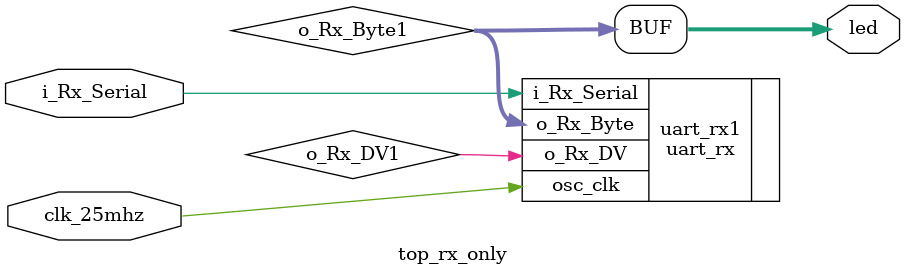
<source format=v>
module top_rx_only
(
    input  i_Rx_Serial,
    input  clk_25mhz,
    output [7:0] led
);

// Intermediate signals for UART Rx
wire      o_Rx_DV1;
wire [7:0] o_Rx_Byte1;

// Assign received data to LEDs for visualization
assign led[0] = o_Rx_Byte1[0];
assign led[1] = o_Rx_Byte1[1];
assign led[2] = o_Rx_Byte1[2];
assign led[3] = o_Rx_Byte1[3];
assign led[4] = o_Rx_Byte1[4];
assign led[5] = o_Rx_Byte1[5];
assign led[6] = o_Rx_Byte1[6];
assign led[7] = o_Rx_Byte1[7];

// Instance of UART Receiver
uart_rx  #(.CLKS_PER_BIT(217)) uart_rx1 (
    .osc_clk(clk_25mhz), 
    .i_Rx_Serial(i_Rx_Serial),
    .o_Rx_DV(o_Rx_DV1),
    .o_Rx_Byte(o_Rx_Byte1)
);

endmodule


</source>
